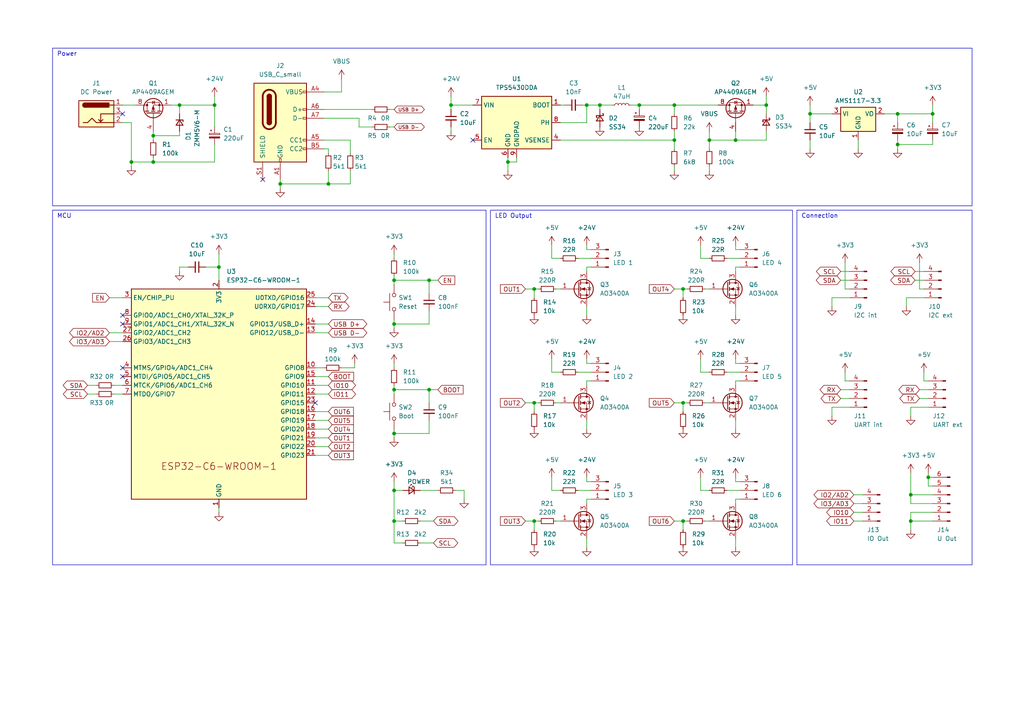
<source format=kicad_sch>
(kicad_sch (version 20230121) (generator eeschema)
  (paper "A4")
  (junction (at 38.1 46.99))
  (junction (at 114.3 125.73))
  (junction (at 147.32 46.99))
  (junction (at 260.35 33.02))
  (junction (at 95.25 53.34))
  (junction (at 44.45 46.99))
  (junction (at 270.51 33.02))
  (junction (at 234.95 33.02))
  (junction (at 195.58 30.48))
  (junction (at 213.36 40.64))
  (junction (at 154.94 151.13))
  (junction (at 114.3 81.28))
  (junction (at 114.3 142.24))
  (junction (at 62.23 30.48))
  (junction (at 185.42 30.48))
  (junction (at 124.46 81.28))
  (junction (at 198.12 116.84))
  (junction (at 269.24 138.43))
  (junction (at 154.94 116.84))
  (junction (at 222.25 30.48))
  (junction (at 44.45 39.37))
  (junction (at 52.07 30.48))
  (junction (at 81.28 53.34))
  (junction (at 63.5 77.47))
  (junction (at 170.18 30.48))
  (junction (at 130.81 30.48))
  (junction (at 205.74 40.64))
  (junction (at 264.16 143.51))
  (junction (at 198.12 83.82))
  (junction (at 195.58 40.64))
  (junction (at 114.3 93.98))
  (junction (at 114.3 151.13))
  (junction (at 198.12 151.13))
  (junction (at 154.94 83.82))
  (junction (at 173.99 30.48))
  (junction (at 114.3 113.03))
  (junction (at 124.46 113.03))
  (junction (at 260.35 41.91))
  (junction (at 264.16 151.13))
  (no_connect (at 35.56 109.22))
  (no_connect (at 35.56 33.02))
  (no_connect (at 35.56 91.44))
  (no_connect (at 35.56 93.98))
  (no_connect (at 35.56 106.68))
  (no_connect (at 91.44 116.84))
  (no_connect (at 137.16 40.64))
  (no_connect (at 76.2 52.07))
  (wire (pts (xy 49.53 30.48) (xy 52.07 30.48)))
  (wire (pts (xy 91.44 119.38) (xy 95.25 119.38)))
  (wire (pts (xy 44.45 39.37) (xy 52.07 39.37)))
  (wire (pts (xy 62.23 41.91) (xy 62.23 46.99)))
  (wire (pts (xy 93.98 34.29) (xy 104.14 34.29)))
  (wire (pts (xy 213.36 139.7) (xy 213.36 138.43)))
  (wire (pts (xy 213.36 156.21) (xy 213.36 158.75)))
  (wire (pts (xy 210.82 107.95) (xy 214.63 107.95)))
  (wire (pts (xy 170.18 30.48) (xy 168.91 30.48)))
  (wire (pts (xy 245.11 110.49) (xy 245.11 107.95)))
  (wire (pts (xy 195.58 116.84) (xy 198.12 116.84)))
  (wire (pts (xy 162.56 74.93) (xy 160.02 74.93)))
  (wire (pts (xy 137.16 30.48) (xy 130.81 30.48)))
  (wire (pts (xy 63.5 77.47) (xy 63.5 81.28)))
  (wire (pts (xy 260.35 35.56) (xy 260.35 33.02)))
  (wire (pts (xy 247.65 146.05) (xy 250.19 146.05)))
  (wire (pts (xy 130.81 30.48) (xy 130.81 27.94)))
  (wire (pts (xy 213.36 111.76) (xy 213.36 110.49)))
  (wire (pts (xy 114.3 111.76) (xy 114.3 113.03)))
  (wire (pts (xy 213.36 72.39) (xy 213.36 71.12)))
  (wire (pts (xy 170.18 77.47) (xy 171.45 77.47)))
  (wire (pts (xy 114.3 125.73) (xy 124.46 125.73)))
  (wire (pts (xy 245.11 83.82) (xy 245.11 76.2)))
  (wire (pts (xy 260.35 41.91) (xy 260.35 43.18)))
  (wire (pts (xy 260.35 41.91) (xy 270.51 41.91)))
  (wire (pts (xy 205.74 40.64) (xy 213.36 40.64)))
  (wire (pts (xy 205.74 142.24) (xy 203.2 142.24)))
  (wire (pts (xy 195.58 38.1) (xy 195.58 40.64)))
  (wire (pts (xy 154.94 153.67) (xy 154.94 151.13)))
  (wire (pts (xy 205.74 48.26) (xy 205.74 49.53)))
  (wire (pts (xy 266.7 83.82) (xy 266.7 76.2)))
  (wire (pts (xy 44.45 38.1) (xy 44.45 39.37)))
  (wire (pts (xy 204.47 116.84) (xy 205.74 116.84)))
  (wire (pts (xy 93.98 26.67) (xy 99.06 26.67)))
  (wire (pts (xy 222.25 27.94) (xy 222.25 30.48)))
  (wire (pts (xy 264.16 143.51) (xy 264.16 146.05)))
  (wire (pts (xy 130.81 36.83) (xy 130.81 38.1)))
  (wire (pts (xy 91.44 106.68) (xy 93.98 106.68)))
  (wire (pts (xy 269.24 137.16) (xy 269.24 138.43)))
  (wire (pts (xy 264.16 118.11) (xy 264.16 120.65)))
  (wire (pts (xy 114.3 113.03) (xy 124.46 113.03)))
  (wire (pts (xy 265.43 78.74) (xy 267.97 78.74)))
  (wire (pts (xy 154.94 116.84) (xy 156.21 116.84)))
  (wire (pts (xy 241.3 86.36) (xy 241.3 88.9)))
  (wire (pts (xy 246.38 118.11) (xy 241.3 118.11)))
  (wire (pts (xy 38.1 35.56) (xy 35.56 35.56)))
  (wire (pts (xy 44.45 46.99) (xy 62.23 46.99)))
  (wire (pts (xy 248.92 40.64) (xy 248.92 43.18)))
  (wire (pts (xy 170.18 146.05) (xy 170.18 144.78)))
  (wire (pts (xy 130.81 30.48) (xy 130.81 31.75)))
  (wire (pts (xy 170.18 121.92) (xy 170.18 124.46)))
  (wire (pts (xy 234.95 33.02) (xy 241.3 33.02)))
  (wire (pts (xy 170.18 30.48) (xy 173.99 30.48)))
  (wire (pts (xy 52.07 30.48) (xy 62.23 30.48)))
  (wire (pts (xy 264.16 143.51) (xy 270.51 143.51)))
  (wire (pts (xy 35.56 30.48) (xy 39.37 30.48)))
  (wire (pts (xy 33.02 114.3) (xy 35.56 114.3)))
  (wire (pts (xy 264.16 146.05) (xy 270.51 146.05)))
  (wire (pts (xy 93.98 40.64) (xy 101.6 40.64)))
  (wire (pts (xy 114.3 139.7) (xy 114.3 142.24)))
  (wire (pts (xy 38.1 46.99) (xy 44.45 46.99)))
  (wire (pts (xy 91.44 129.54) (xy 95.25 129.54)))
  (wire (pts (xy 91.44 109.22) (xy 95.25 109.22)))
  (wire (pts (xy 134.62 144.78) (xy 134.62 142.24)))
  (wire (pts (xy 113.03 31.75) (xy 114.3 31.75)))
  (wire (pts (xy 52.07 38.1) (xy 52.07 39.37)))
  (wire (pts (xy 52.07 77.47) (xy 54.61 77.47)))
  (wire (pts (xy 213.36 110.49) (xy 214.63 110.49)))
  (wire (pts (xy 171.45 105.41) (xy 170.18 105.41)))
  (wire (pts (xy 195.58 30.48) (xy 208.28 30.48)))
  (wire (pts (xy 116.84 157.48) (xy 114.3 157.48)))
  (wire (pts (xy 260.35 40.64) (xy 260.35 41.91)))
  (wire (pts (xy 91.44 114.3) (xy 95.25 114.3)))
  (wire (pts (xy 264.16 153.67) (xy 264.16 151.13)))
  (wire (pts (xy 264.16 151.13) (xy 264.16 148.59)))
  (wire (pts (xy 114.3 113.03) (xy 114.3 114.3)))
  (wire (pts (xy 116.84 151.13) (xy 114.3 151.13)))
  (wire (pts (xy 267.97 110.49) (xy 267.97 107.95)))
  (wire (pts (xy 99.06 26.67) (xy 99.06 22.86)))
  (wire (pts (xy 102.87 106.68) (xy 102.87 105.41)))
  (wire (pts (xy 214.63 72.39) (xy 213.36 72.39)))
  (wire (pts (xy 269.24 138.43) (xy 270.51 138.43)))
  (wire (pts (xy 243.84 81.28) (xy 246.38 81.28)))
  (wire (pts (xy 33.02 111.76) (xy 35.56 111.76)))
  (wire (pts (xy 154.94 151.13) (xy 156.21 151.13)))
  (wire (pts (xy 44.45 39.37) (xy 44.45 40.64)))
  (wire (pts (xy 91.44 111.76) (xy 95.25 111.76)))
  (wire (pts (xy 195.58 83.82) (xy 198.12 83.82)))
  (wire (pts (xy 198.12 151.13) (xy 199.39 151.13)))
  (wire (pts (xy 114.3 125.73) (xy 114.3 124.46)))
  (wire (pts (xy 213.36 146.05) (xy 213.36 144.78)))
  (wire (pts (xy 170.18 105.41) (xy 170.18 104.14)))
  (wire (pts (xy 95.25 53.34) (xy 101.6 53.34)))
  (wire (pts (xy 213.36 77.47) (xy 214.63 77.47)))
  (wire (pts (xy 167.64 142.24) (xy 171.45 142.24)))
  (wire (pts (xy 243.84 115.57) (xy 246.38 115.57)))
  (wire (pts (xy 267.97 110.49) (xy 269.24 110.49)))
  (wire (pts (xy 203.2 74.93) (xy 203.2 71.12)))
  (wire (pts (xy 154.94 119.38) (xy 154.94 116.84)))
  (wire (pts (xy 213.36 78.74) (xy 213.36 77.47)))
  (wire (pts (xy 195.58 48.26) (xy 195.58 49.53)))
  (wire (pts (xy 203.2 107.95) (xy 203.2 104.14)))
  (wire (pts (xy 162.56 142.24) (xy 160.02 142.24)))
  (wire (pts (xy 147.32 46.99) (xy 147.32 49.53)))
  (wire (pts (xy 95.25 43.18) (xy 95.25 44.45)))
  (wire (pts (xy 114.3 105.41) (xy 114.3 106.68)))
  (wire (pts (xy 173.99 31.75) (xy 173.99 30.48)))
  (wire (pts (xy 124.46 93.98) (xy 124.46 90.17)))
  (wire (pts (xy 198.12 86.36) (xy 198.12 83.82)))
  (wire (pts (xy 154.94 86.36) (xy 154.94 83.82)))
  (wire (pts (xy 210.82 142.24) (xy 214.63 142.24)))
  (wire (pts (xy 170.18 78.74) (xy 170.18 77.47)))
  (wire (pts (xy 222.25 30.48) (xy 222.25 33.02)))
  (wire (pts (xy 114.3 93.98) (xy 114.3 92.71)))
  (wire (pts (xy 260.35 33.02) (xy 270.51 33.02)))
  (wire (pts (xy 213.36 40.64) (xy 213.36 38.1)))
  (wire (pts (xy 121.92 142.24) (xy 127 142.24)))
  (wire (pts (xy 116.84 142.24) (xy 114.3 142.24)))
  (wire (pts (xy 114.3 93.98) (xy 124.46 93.98)))
  (wire (pts (xy 161.29 151.13) (xy 162.56 151.13)))
  (wire (pts (xy 63.5 73.66) (xy 63.5 77.47)))
  (wire (pts (xy 63.5 147.32) (xy 63.5 148.59)))
  (wire (pts (xy 247.65 151.13) (xy 250.19 151.13)))
  (wire (pts (xy 210.82 74.93) (xy 214.63 74.93)))
  (wire (pts (xy 213.36 40.64) (xy 222.25 40.64)))
  (wire (pts (xy 162.56 35.56) (xy 170.18 35.56)))
  (wire (pts (xy 31.75 96.52) (xy 35.56 96.52)))
  (wire (pts (xy 114.3 93.98) (xy 114.3 95.25)))
  (wire (pts (xy 260.35 33.02) (xy 256.54 33.02)))
  (wire (pts (xy 204.47 83.82) (xy 205.74 83.82)))
  (wire (pts (xy 25.4 111.76) (xy 27.94 111.76)))
  (wire (pts (xy 101.6 40.64) (xy 101.6 44.45)))
  (wire (pts (xy 245.11 110.49) (xy 246.38 110.49)))
  (wire (pts (xy 99.06 106.68) (xy 102.87 106.68)))
  (wire (pts (xy 162.56 30.48) (xy 163.83 30.48)))
  (wire (pts (xy 91.44 124.46) (xy 95.25 124.46)))
  (wire (pts (xy 198.12 116.84) (xy 199.39 116.84)))
  (wire (pts (xy 198.12 83.82) (xy 199.39 83.82)))
  (wire (pts (xy 195.58 151.13) (xy 198.12 151.13)))
  (wire (pts (xy 170.18 144.78) (xy 171.45 144.78)))
  (wire (pts (xy 160.02 142.24) (xy 160.02 138.43)))
  (wire (pts (xy 269.24 140.97) (xy 269.24 138.43)))
  (wire (pts (xy 38.1 35.56) (xy 38.1 46.99)))
  (wire (pts (xy 170.18 88.9) (xy 170.18 91.44)))
  (wire (pts (xy 266.7 115.57) (xy 269.24 115.57)))
  (wire (pts (xy 114.3 81.28) (xy 114.3 82.55)))
  (wire (pts (xy 152.4 83.82) (xy 154.94 83.82)))
  (wire (pts (xy 270.51 33.02) (xy 270.51 35.56)))
  (wire (pts (xy 93.98 31.75) (xy 107.95 31.75)))
  (wire (pts (xy 162.56 40.64) (xy 195.58 40.64)))
  (wire (pts (xy 182.88 30.48) (xy 185.42 30.48)))
  (wire (pts (xy 95.25 49.53) (xy 95.25 53.34)))
  (wire (pts (xy 222.25 38.1) (xy 222.25 40.64)))
  (wire (pts (xy 162.56 107.95) (xy 160.02 107.95)))
  (wire (pts (xy 52.07 78.74) (xy 52.07 77.47)))
  (wire (pts (xy 91.44 132.08) (xy 95.25 132.08)))
  (wire (pts (xy 264.16 148.59) (xy 270.51 148.59)))
  (wire (pts (xy 160.02 74.93) (xy 160.02 71.12)))
  (wire (pts (xy 214.63 105.41) (xy 213.36 105.41)))
  (wire (pts (xy 267.97 83.82) (xy 266.7 83.82)))
  (wire (pts (xy 247.65 148.59) (xy 250.19 148.59)))
  (wire (pts (xy 170.18 111.76) (xy 170.18 110.49)))
  (wire (pts (xy 214.63 139.7) (xy 213.36 139.7)))
  (wire (pts (xy 124.46 113.03) (xy 124.46 116.84)))
  (wire (pts (xy 198.12 119.38) (xy 198.12 116.84)))
  (wire (pts (xy 152.4 116.84) (xy 154.94 116.84)))
  (wire (pts (xy 205.74 40.64) (xy 205.74 43.18)))
  (wire (pts (xy 93.98 43.18) (xy 95.25 43.18)))
  (wire (pts (xy 91.44 86.36) (xy 95.25 86.36)))
  (wire (pts (xy 31.75 86.36) (xy 35.56 86.36)))
  (wire (pts (xy 114.3 81.28) (xy 124.46 81.28)))
  (wire (pts (xy 101.6 49.53) (xy 101.6 53.34)))
  (wire (pts (xy 114.3 73.66) (xy 114.3 74.93)))
  (wire (pts (xy 91.44 93.98) (xy 95.25 93.98)))
  (wire (pts (xy 243.84 113.03) (xy 246.38 113.03)))
  (wire (pts (xy 195.58 33.02) (xy 195.58 30.48)))
  (wire (pts (xy 147.32 45.72) (xy 147.32 46.99)))
  (wire (pts (xy 198.12 153.67) (xy 198.12 151.13)))
  (wire (pts (xy 246.38 86.36) (xy 241.3 86.36)))
  (wire (pts (xy 185.42 30.48) (xy 195.58 30.48)))
  (wire (pts (xy 205.74 74.93) (xy 203.2 74.93)))
  (wire (pts (xy 114.3 157.48) (xy 114.3 151.13)))
  (wire (pts (xy 247.65 143.51) (xy 250.19 143.51)))
  (wire (pts (xy 132.08 142.24) (xy 134.62 142.24)))
  (wire (pts (xy 167.64 107.95) (xy 171.45 107.95)))
  (wire (pts (xy 267.97 86.36) (xy 262.89 86.36)))
  (wire (pts (xy 160.02 107.95) (xy 160.02 104.14)))
  (wire (pts (xy 171.45 139.7) (xy 170.18 139.7)))
  (wire (pts (xy 243.84 78.74) (xy 246.38 78.74)))
  (wire (pts (xy 114.3 151.13) (xy 114.3 142.24)))
  (wire (pts (xy 170.18 139.7) (xy 170.18 138.43)))
  (wire (pts (xy 81.28 53.34) (xy 95.25 53.34)))
  (wire (pts (xy 59.69 77.47) (xy 63.5 77.47)))
  (wire (pts (xy 124.46 81.28) (xy 124.46 85.09)))
  (wire (pts (xy 234.95 33.02) (xy 234.95 35.56)))
  (wire (pts (xy 204.47 151.13) (xy 205.74 151.13)))
  (wire (pts (xy 264.16 137.16) (xy 264.16 143.51)))
  (wire (pts (xy 121.92 157.48) (xy 125.73 157.48)))
  (wire (pts (xy 171.45 72.39) (xy 170.18 72.39)))
  (wire (pts (xy 270.51 140.97) (xy 269.24 140.97)))
  (wire (pts (xy 91.44 88.9) (xy 95.25 88.9)))
  (wire (pts (xy 149.86 45.72) (xy 149.86 46.99)))
  (wire (pts (xy 81.28 54.61) (xy 81.28 53.34)))
  (wire (pts (xy 265.43 81.28) (xy 267.97 81.28)))
  (wire (pts (xy 170.18 35.56) (xy 170.18 30.48)))
  (wire (pts (xy 173.99 30.48) (xy 177.8 30.48)))
  (wire (pts (xy 91.44 121.92) (xy 95.25 121.92)))
  (wire (pts (xy 62.23 30.48) (xy 62.23 36.83)))
  (wire (pts (xy 270.51 30.48) (xy 270.51 33.02)))
  (wire (pts (xy 114.3 125.73) (xy 114.3 127)))
  (wire (pts (xy 161.29 83.82) (xy 162.56 83.82)))
  (wire (pts (xy 121.92 151.13) (xy 125.73 151.13)))
  (wire (pts (xy 270.51 40.64) (xy 270.51 41.91)))
  (wire (pts (xy 262.89 86.36) (xy 262.89 88.9)))
  (wire (pts (xy 161.29 116.84) (xy 162.56 116.84)))
  (wire (pts (xy 266.7 113.03) (xy 269.24 113.03)))
  (wire (pts (xy 124.46 125.73) (xy 124.46 121.92)))
  (wire (pts (xy 213.36 105.41) (xy 213.36 104.14)))
  (wire (pts (xy 205.74 107.95) (xy 203.2 107.95)))
  (wire (pts (xy 170.18 110.49) (xy 171.45 110.49)))
  (wire (pts (xy 203.2 142.24) (xy 203.2 138.43)))
  (wire (pts (xy 170.18 156.21) (xy 170.18 158.75)))
  (wire (pts (xy 167.64 74.93) (xy 171.45 74.93)))
  (wire (pts (xy 62.23 30.48) (xy 62.23 27.94)))
  (wire (pts (xy 91.44 127) (xy 95.25 127)))
  (wire (pts (xy 205.74 38.1) (xy 205.74 40.64)))
  (wire (pts (xy 185.42 30.48) (xy 185.42 31.75)))
  (wire (pts (xy 38.1 46.99) (xy 38.1 48.26)))
  (wire (pts (xy 124.46 113.03) (xy 127 113.03)))
  (wire (pts (xy 213.36 88.9) (xy 213.36 91.44)))
  (wire (pts (xy 31.75 99.06) (xy 35.56 99.06)))
  (wire (pts (xy 234.95 40.64) (xy 234.95 43.18)))
  (wire (pts (xy 104.14 34.29) (xy 104.14 36.83)))
  (wire (pts (xy 269.24 118.11) (xy 264.16 118.11)))
  (wire (pts (xy 264.16 151.13) (xy 270.51 151.13)))
  (wire (pts (xy 152.4 151.13) (xy 154.94 151.13)))
  (wire (pts (xy 91.44 96.52) (xy 95.25 96.52)))
  (wire (pts (xy 114.3 80.01) (xy 114.3 81.28)))
  (wire (pts (xy 25.4 114.3) (xy 27.94 114.3)))
  (wire (pts (xy 246.38 83.82) (xy 245.11 83.82)))
  (wire (pts (xy 52.07 30.48) (xy 52.07 33.02)))
  (wire (pts (xy 218.44 30.48) (xy 222.25 30.48)))
  (wire (pts (xy 113.03 36.83) (xy 114.3 36.83)))
  (wire (pts (xy 154.94 83.82) (xy 156.21 83.82)))
  (wire (pts (xy 44.45 45.72) (xy 44.45 46.99)))
  (wire (pts (xy 107.95 36.83) (xy 104.14 36.83)))
  (wire (pts (xy 234.95 30.48) (xy 234.95 33.02)))
  (wire (pts (xy 81.28 52.07) (xy 81.28 53.34)))
  (wire (pts (xy 170.18 72.39) (xy 170.18 71.12)))
  (wire (pts (xy 149.86 46.99) (xy 147.32 46.99)))
  (wire (pts (xy 124.46 81.28) (xy 127 81.28)))
  (wire (pts (xy 213.36 121.92) (xy 213.36 124.46)))
  (wire (pts (xy 195.58 40.64) (xy 195.58 43.18)))
  (wire (pts (xy 213.36 144.78) (xy 214.63 144.78)))
  (wire (pts (xy 241.3 118.11) (xy 241.3 120.65)))
  (rectangle (start 231.14 60.96) (end 281.94 163.83))
  (rectangle (start 142.24 60.96) (end 229.87 163.83))
  (rectangle (start 15.24 60.96) (end 140.97 163.83))
  (rectangle (start 15.24 13.97) (end 281.94 59.69))
  (text "MCU" (at 16.51 63.5 0) (effects (font (size 1.27 1.27)) (justify left bottom)))
  (text "LED Output" (at 143.51 63.5 0) (effects (font (size 1.27 1.27)) (justify left bottom)))
  (text "Connection" (at 232.41 63.5 0) (effects (font (size 1.27 1.27)) (justify left bottom)))
  (text "Power" (at 16.51 16.51 0) (effects (font (size 1.27 1.27)) (justify left bottom)))
  (global_label "IO10" (shape bidirectional) (at 95.25 111.76 0) (property "Intersheetrefs" "${INTERSHEET_REFS}" (effects hide)))
  (global_label "OUT2" (shape input) (at 95.25 129.54 0) (property "Intersheetrefs" "${INTERSHEET_REFS}" (effects hide)))
  (global_label "IO11" (shape bidirectional) (at 95.25 114.3 0) (property "Intersheetrefs" "${INTERSHEET_REFS}" (effects hide)))
  (global_label "OUT3" (shape input) (at 152.4 151.13 180) (property "Intersheetrefs" "${INTERSHEET_REFS}" (effects hide)))
  (global_label "BOOT" (shape input) (at 127 113.03 0) (property "Intersheetrefs" "${INTERSHEET_REFS}" (effects hide)))
  (global_label "OUT5" (shape input) (at 195.58 116.84 180) (property "Intersheetrefs" "${INTERSHEET_REFS}" (effects hide)))
  (global_label "USB D+" (shape bidirectional) (at 95.25 93.98 0) (property "Intersheetrefs" "${INTERSHEET_REFS}" (effects hide)))
  (global_label "OUT6" (shape input) (at 195.58 151.13 180) (property "Intersheetrefs" "${INTERSHEET_REFS}" (effects hide)))
  (global_label "TX" (shape bidirectional) (at 95.25 86.36 0) (property "Intersheetrefs" "${INTERSHEET_REFS}" (effects hide)))
  (global_label "OUT4" (shape input) (at 195.58 83.82 180) (property "Intersheetrefs" "${INTERSHEET_REFS}" (effects hide)))
  (global_label "SDA" (shape bidirectional) (at 25.4 111.76 180) (property "Intersheetrefs" "${INTERSHEET_REFS}" (effects hide)))
  (global_label "IO2{slash}AD2" (shape bidirectional) (at 247.65 143.51 180) (property "Intersheetrefs" "${INTERSHEET_REFS}" (effects hide)))
  (global_label "OUT2" (shape input) (at 152.4 116.84 180) (property "Intersheetrefs" "${INTERSHEET_REFS}" (effects hide)))
  (global_label "IO11" (shape bidirectional) (at 247.65 151.13 180) (property "Intersheetrefs" "${INTERSHEET_REFS}" (effects hide)))
  (global_label "OUT4" (shape input) (at 95.25 124.46 0) (property "Intersheetrefs" "${INTERSHEET_REFS}" (effects hide)))
  (global_label "SDA" (shape bidirectional) (at 265.43 81.28 180) (property "Intersheetrefs" "${INTERSHEET_REFS}" (effects hide)))
  (global_label "EN" (shape input) (at 31.75 86.36 180) (property "Intersheetrefs" "${INTERSHEET_REFS}" (effects hide)))
  (global_label "OUT6" (shape input) (at 95.25 119.38 0) (property "Intersheetrefs" "${INTERSHEET_REFS}" (effects hide)))
  (global_label "IO3{slash}AD3" (shape bidirectional) (at 31.75 99.06 180) (property "Intersheetrefs" "${INTERSHEET_REFS}" (effects hide)))
  (global_label "IO2{slash}AD2" (shape bidirectional) (at 31.75 96.52 180) (property "Intersheetrefs" "${INTERSHEET_REFS}" (effects hide)))
  (global_label "TX" (shape bidirectional) (at 243.84 115.57 180) (property "Intersheetrefs" "${INTERSHEET_REFS}" (effects hide)))
  (global_label "SDA" (shape bidirectional) (at 243.84 81.28 180) (property "Intersheetrefs" "${INTERSHEET_REFS}" (effects hide)))
  (global_label "IO3{slash}AD3" (shape bidirectional) (at 247.65 146.05 180) (property "Intersheetrefs" "${INTERSHEET_REFS}" (effects hide)))
  (global_label "USB D+" (shape bidirectional) (at 114.3 31.75 0) (effects (font (size 1 1))) (property "Intersheetrefs" "${INTERSHEET_REFS}" (effects hide)))
  (global_label "RX" (shape bidirectional) (at 266.7 113.03 180) (property "Intersheetrefs" "${INTERSHEET_REFS}" (effects hide)))
  (global_label "USB D-" (shape bidirectional) (at 114.3 36.83 0) (effects (font (size 1 1))) (property "Intersheetrefs" "${INTERSHEET_REFS}" (effects hide)))
  (global_label "OUT1" (shape input) (at 152.4 83.82 180) (property "Intersheetrefs" "${INTERSHEET_REFS}" (effects hide)))
  (global_label "USB D-" (shape bidirectional) (at 95.25 96.52 0) (property "Intersheetrefs" "${INTERSHEET_REFS}" (effects hide)))
  (global_label "BOOT" (shape input) (at 95.25 109.22 0) (property "Intersheetrefs" "${INTERSHEET_REFS}" (effects hide)))
  (global_label "OUT1" (shape input) (at 95.25 127 0) (property "Intersheetrefs" "${INTERSHEET_REFS}" (effects hide)))
  (global_label "RX" (shape bidirectional) (at 243.84 113.03 180) (property "Intersheetrefs" "${INTERSHEET_REFS}" (effects hide)))
  (global_label "OUT3" (shape input) (at 95.25 132.08 0) (property "Intersheetrefs" "${INTERSHEET_REFS}" (effects hide)))
  (global_label "SCL" (shape bidirectional) (at 265.43 78.74 180) (property "Intersheetrefs" "${INTERSHEET_REFS}" (effects hide)))
  (global_label "SCL" (shape bidirectional) (at 25.4 114.3 180) (property "Intersheetrefs" "${INTERSHEET_REFS}" (effects hide)))
  (global_label "TX" (shape bidirectional) (at 266.7 115.57 180) (property "Intersheetrefs" "${INTERSHEET_REFS}" (effects hide)))
  (global_label "IO10" (shape bidirectional) (at 247.65 148.59 180) (property "Intersheetrefs" "${INTERSHEET_REFS}" (effects hide)))
  (global_label "EN" (shape input) (at 127 81.28 0) (property "Intersheetrefs" "${INTERSHEET_REFS}" (effects hide)))
  (global_label "SCL" (shape bidirectional) (at 125.73 157.48 0) (property "Intersheetrefs" "${INTERSHEET_REFS}" (effects hide)))
  (global_label "RX" (shape bidirectional) (at 95.25 88.9 0) (property "Intersheetrefs" "${INTERSHEET_REFS}" (effects hide)))
  (global_label "OUT5" (shape input) (at 95.25 121.92 0) (property "Intersheetrefs" "${INTERSHEET_REFS}" (effects hide)))
  (global_label "SCL" (shape bidirectional) (at 243.84 78.74 180) (property "Intersheetrefs" "${INTERSHEET_REFS}" (effects hide)))
  (global_label "SDA" (shape bidirectional) (at 125.73 151.13 0) (property "Intersheetrefs" "${INTERSHEET_REFS}" (effects hide)))
  (symbol (lib_id "Device:R_Small") (at 154.94 156.21 180) (unit 1)
    (property "Reference" "R20" (at 157.48 154.94 0) (effects (justify right)))
    (property "Value" "10k" (at 157.48 157.48 0) (effects (justify right)))
    (property "Footprint" "Resistor_SMD:R_0603_1608Metric" (effects hide))
  )
  (symbol (lib_id "Connector:Conn_01x03_Pin") (at 219.71 107.95 180) (unit 1)
    (property "Reference" "J7" (at 220.98 106.68 0) (effects (justify right)))
    (property "Value" "LED 5" (at 220.98 109.22 0) (effects (justify right)))
    (property "Footprint" "1_Connector:JST_XH_S3B-XH" (effects hide))
  )
  (symbol (lib_id "Transistor_FET:AO3400A") (at 210.82 83.82 0) (unit 1)
    (property "Reference" "Q6" (at 217.17 82.55 0) (effects (justify left)))
    (property "Value" "AO3400A" (at 217.17 85.09 0) (effects (justify left)))
    (property "Footprint" "Package_TO_SOT_SMD:SOT-23" (effects hide))
    (property "Datasheet" "http://www.aosmd.com/pdfs/datasheet/AO3400A.pdf" (effects hide))
  )
  (symbol (lib_id "power:GND") (at 213.36 158.75 0) (unit 1)
    (property "Reference" "#PWR033" (effects hide))
    (property "Value" "GND" (effects hide))
  )
  (symbol (lib_id "Device:D_Zener_Small") (at 52.07 35.56 270) (unit 1)
    (property "Reference" "D1" (at 54.61 38.1 0) (effects (justify left)))
    (property "Value" "ZMM5V6-M" (at 57.15 31.75 0) (effects (justify left)))
    (property "Footprint" "Diode_SMD:D_MiniMELF" (effects hide))
  )
  (symbol (lib_id "Regulator_Linear:AMS1117-3.3") (at 248.92 33.02 0) (unit 1)
    (property "Reference" "U2" (at 248.92 26.67 0))
    (property "Value" "AMS1117-3.3" (at 248.92 29.21 0))
    (property "Footprint" "Package_TO_SOT_SMD:SOT-223-3_TabPin2" (effects hide))
    (property "Datasheet" "http://www.advanced-monolithic.com/pdf/ds1117.pdf" (effects hide))
  )
  (symbol (lib_id "power:GND") (at 170.18 91.44 0) (unit 1)
    (property "Reference" "#PWR010" (effects hide))
    (property "Value" "GND" (effects hide))
  )
  (symbol (lib_id "Device:D_Schottky_Small") (at 173.99 34.29 270) (unit 1)
    (property "Reference" "D2" (at 176.53 34.29 90) (effects (justify left)))
    (property "Value" "SS34" (at 176.53 36.83 90) (effects (justify left)))
    (property "Footprint" "Diode_SMD:D_SMA" (effects hide))
  )
  (symbol (lib_id "Connector:Conn_01x03_Pin") (at 219.71 74.93 180) (unit 1)
    (property "Reference" "J6" (at 220.98 73.66 0) (effects (justify right)))
    (property "Value" "LED 4" (at 220.98 76.2 0) (effects (justify right)))
    (property "Footprint" "1_Connector:JST_XH_S3B-XH" (effects hide))
  )
  (symbol (lib_id "power:+24V") (at 130.81 27.94 0) (unit 1)
    (property "Reference" "#PWR0111" (effects hide))
    (property "Value" "+24V" (at 130.81 22.86 0))
  )
  (symbol (lib_id "Connector:Conn_01x06_Pin") (at 275.59 146.05 180) (unit 1)
    (property "Reference" "J14" (at 271.78 153.67 0) (effects (justify right)))
    (property "Value" "U Out" (at 271.78 156.21 0) (effects (justify right)))
    (property "Footprint" "Connector_PinHeader_2.54mm:PinHeader_1x06_P2.54mm_Vertical" (effects hide))
  )
  (symbol (lib_id "Connector:Conn_01x03_Pin") (at 176.53 142.24 180) (unit 1)
    (property "Reference" "J5" (at 177.8 140.97 0) (effects (justify right)))
    (property "Value" "LED 3" (at 177.8 143.51 0) (effects (justify right)))
    (property "Footprint" "1_Connector:JST_XH_S3B-XH" (effects hide))
  )
  (symbol (lib_id "Device:R_Small") (at 165.1 107.95 90) (unit 1)
    (property "Reference" "R19" (at 165.1 102.87 90))
    (property "Value" "22R" (at 165.1 105.41 90))
    (property "Footprint" "Resistor_SMD:R_1206_3216Metric" (effects hide))
  )
  (symbol (lib_id "Connector:Conn_01x04_Pin") (at 251.46 83.82 180) (unit 1)
    (property "Reference" "J9" (at 247.65 88.9 0) (effects (justify right)))
    (property "Value" "I2C int" (at 247.65 91.44 0) (effects (justify right)))
    (property "Footprint" "Connector_PinHeader_2.54mm:PinHeader_1x04_P2.54mm_Vertical" (effects hide))
  )
  (symbol (lib_id "power:+5V") (at 160.02 71.12 0) (unit 1)
    (property "Reference" "#PWR013" (effects hide))
    (property "Value" "+5V" (at 160.02 66.04 0))
  )
  (symbol (lib_id "power:+3V3") (at 114.3 73.66 0) (unit 1)
    (property "Reference" "#PWR05" (effects hide))
    (property "Value" "+3V3" (at 114.3 68.58 0))
  )
  (symbol (lib_id "Connector:Conn_01x04_Pin") (at 251.46 115.57 180) (unit 1)
    (property "Reference" "J11" (at 247.65 120.65 0) (effects (justify right)))
    (property "Value" "UART int" (at 247.65 123.19 0) (effects (justify right)))
    (property "Footprint" "Connector_PinHeader_2.54mm:PinHeader_1x04_P2.54mm_Vertical" (effects hide))
  )
  (symbol (lib_id "power:GND") (at 114.3 95.25 0) (unit 1)
    (property "Reference" "#PWR06" (effects hide))
    (property "Value" "GND" (effects hide))
  )
  (symbol (lib_id "Device:R_Small") (at 195.58 35.56 0) (unit 1)
    (property "Reference" "R6" (at 198.12 34.29 0) (effects (justify left)))
    (property "Value" "22k" (at 198.12 36.83 0) (effects (justify left)))
    (property "Footprint" "Resistor_SMD:R_0603_1608Metric" (effects hide))
  )
  (symbol (lib_id "power:+3V3") (at 114.3 139.7 0) (unit 1)
    (property "Reference" "#PWR08" (effects hide))
    (property "Value" "+3V3" (at 114.3 134.62 0))
  )
  (symbol (lib_id "Device:R_Small") (at 119.38 157.48 90) (unit 1)
    (property "Reference" "R13" (at 116.84 154.94 90))
    (property "Value" "2k2" (at 121.92 154.94 90))
    (property "Footprint" "Resistor_SMD:R_0603_1608Metric" (effects hide))
  )
  (symbol (lib_id "Device:R_Small") (at 101.6 46.99 0) (unit 1)
    (property "Reference" "R3" (at 102.87 45.72 0) (effects (justify left)))
    (property "Value" "5k1" (at 102.87 48.26 0) (effects (justify left)))
    (property "Footprint" "Resistor_SMD:R_0603_1608Metric" (effects hide))
  )
  (symbol (lib_id "Connector:Conn_01x03_Pin") (at 176.53 74.93 180) (unit 1)
    (property "Reference" "J3" (at 177.8 73.66 0) (effects (justify right)))
    (property "Value" "LED 1" (at 177.8 76.2 0) (effects (justify right)))
    (property "Footprint" "1_Connector:JST_XH_S3B-XH" (effects hide))
  )
  (symbol (lib_id "power:GND") (at 114.3 127 0) (unit 1)
    (property "Reference" "#PWR09" (effects hide))
    (property "Value" "GND" (effects hide))
  )
  (symbol (lib_id "Device:D_Schottky_Small") (at 222.25 35.56 270) (unit 1)
    (property "Reference" "D3" (at 224.79 34.036 90) (effects (justify left)))
    (property "Value" "SS34" (at 224.79 36.576 90) (effects (justify left)))
    (property "Footprint" "Diode_SMD:D_SMA" (effects hide))
  )
  (symbol (lib_id "Switch:SW_Push") (at 114.3 87.63 90) (unit 1)
    (property "Reference" "SW1" (at 115.57 86.36 90) (effects (justify right)))
    (property "Value" "Reset" (at 115.57 88.9 90) (effects (justify right)))
    (property "Footprint" "Button_Switch_SMD:SW_Push_1P1T_XKB_TS-1187A" (effects hide))
  )
  (symbol (lib_id "Device:L_Small") (at 180.34 30.48 90) (unit 1)
    (property "Reference" "L1" (at 180.34 25.4 90))
    (property "Value" "47uH" (at 180.34 27.94 90))
    (property "Footprint" "Inductor_SMD:L_Bourns_SRP7028A_7.3x6.6mm" (effects hide))
    (property "Datasheet" "https://jlcpcb.com/partdetail/ProdTech-PSPMAQ0605H_470MANP/C436585" (effects hide))
  )
  (symbol (lib_id "Device:R_Small") (at 110.49 31.75 270) (unit 1)
    (property "Reference" "R4" (at 107.95 34.29 90))
    (property "Value" "0R" (at 111.76 34.29 90))
    (property "Footprint" "Resistor_SMD:R_0603_1608Metric" (effects hide))
  )
  (symbol (lib_id "power:GND") (at 38.1 48.26 0) (unit 1)
    (property "Reference" "#PWR0108" (effects hide))
    (property "Value" "GND" (effects hide))
  )
  (symbol (lib_id "power:GND") (at 205.74 49.53 0) (unit 1)
    (property "Reference" "#PWR0104" (effects hide))
    (property "Value" "GND" (effects hide))
  )
  (symbol (lib_id "Device:R_Small") (at 129.54 142.24 90) (unit 1)
    (property "Reference" "R34" (at 129.54 137.16 90))
    (property "Value" "5k1" (at 129.54 139.7 90))
    (property "Footprint" "Resistor_SMD:R_0603_1608Metric" (effects hide))
  )
  (symbol (lib_id "power:+3V3") (at 63.5 73.66 0) (unit 1)
    (property "Reference" "#PWR07" (effects hide))
    (property "Value" "+3V3" (at 63.5 68.58 0))
  )
  (symbol (lib_id "power:+5V") (at 222.25 27.94 0) (unit 1)
    (property "Reference" "#PWR0116" (effects hide))
    (property "Value" "+5V" (at 222.25 22.86 0))
  )
  (symbol (lib_id "Device:C_Polarized_Small") (at 270.51 38.1 0) (unit 1)
    (property "Reference" "C7" (at 273.05 36.2839 0) (effects (justify left)))
    (property "Value" "10uF" (at 273.05 38.8239 0) (effects (justify left)))
    (property "Footprint" "Capacitor_Tantalum_SMD:CP_EIA-3216-12_Kemet-S" (effects hide))
  )
  (symbol (lib_id "power:GND") (at 213.36 124.46 0) (unit 1)
    (property "Reference" "#PWR029" (effects hide))
    (property "Value" "GND" (effects hide))
  )
  (symbol (lib_id "Transistor_FET:AO3400A") (at 167.64 151.13 0) (unit 1)
    (property "Reference" "Q5" (at 173.99 149.86 0) (effects (justify left)))
    (property "Value" "AO3400A" (at 173.99 152.4 0) (effects (justify left)))
    (property "Footprint" "Package_TO_SOT_SMD:SOT-23" (effects hide))
    (property "Datasheet" "http://www.aosmd.com/pdfs/datasheet/AO3400A.pdf" (effects hide))
  )
  (symbol (lib_id "power:GND") (at 170.18 158.75 0) (unit 1)
    (property "Reference" "#PWR021" (effects hide))
    (property "Value" "GND" (effects hide))
  )
  (symbol (lib_id "Device:R_Small") (at 198.12 156.21 180) (unit 1)
    (property "Reference" "R29" (at 200.66 154.94 0) (effects (justify right)))
    (property "Value" "10k" (at 200.66 157.48 0) (effects (justify right)))
    (property "Footprint" "Resistor_SMD:R_0603_1608Metric" (effects hide))
  )
  (symbol (lib_id "Device:C_Polarized_Small") (at 185.42 34.29 0) (unit 1)
    (property "Reference" "C4" (at 187.96 34.29 0) (effects (justify left)))
    (property "Value" "220uF" (at 187.96 36.83 0) (effects (justify left)))
    (property "Footprint" "Capacitor_SMD:CP_Elec_8x11.9" (effects hide))
    (property "Datasheet" "https://jlcpcb.com/partdetail/3236712-SVZ1VM221FBRE00RAXXX/C2923769" (effects hide))
  )
  (symbol (lib_id "power:GND") (at 154.94 124.46 0) (unit 1)
    (property "Reference" "#PWR014" (effects hide))
    (property "Value" "GND" (effects hide))
  )
  (symbol (lib_id "power:+5V") (at 269.24 137.16 0) (unit 1)
    (property "Reference" "#PWR043" (effects hide))
    (property "Value" "+5V" (at 269.24 132.08 0))
  )
  (symbol (lib_id "Transistor_FET:IRF7404") (at 44.45 33.02 90) (unit 1)
    (property "Reference" "Q1" (at 44.45 24.13 90))
    (property "Value" "AP4409AGEM" (at 44.45 26.67 90))
    (property "Footprint" "Package_SO:SOIC-8_3.9x4.9mm_P1.27mm" (effects hide))
    (property "Datasheet" "https://datasheet.lcsc.com/lcsc/2006201234_APEC-Advanced-Power-Elec-AP4409AGEM_C648837.pdf" (effects hide))
  )
  (symbol (lib_id "power:+24V") (at 62.23 27.94 0) (unit 1)
    (property "Reference" "#PWR0110" (effects hide))
    (property "Value" "+24V" (at 62.23 22.86 0))
  )
  (symbol (lib_id "Device:R_Small") (at 201.93 116.84 90) (unit 1)
    (property "Reference" "R27" (at 201.93 111.76 90))
    (property "Value" "220R" (at 201.93 114.3 90))
    (property "Footprint" "Resistor_SMD:R_0603_1608Metric" (effects hide))
  )
  (symbol (lib_id "power:+5V") (at 267.97 107.95 0) (unit 1)
    (property "Reference" "#PWR040" (effects hide))
    (property "Value" "+5V" (at 267.97 102.87 0))
  )
  (symbol (lib_id "Connector:Conn_01x04_Pin") (at 273.05 83.82 180) (unit 1)
    (property "Reference" "J10" (at 269.24 88.9 0) (effects (justify right)))
    (property "Value" "I2C ext" (at 269.24 91.44 0) (effects (justify right)))
    (property "Footprint" "1_Connector:JST_XH_S4B-XH" (effects hide))
  )
  (symbol (lib_id "Device:R_Small") (at 165.1 74.93 90) (unit 1)
    (property "Reference" "R16" (at 165.1 69.85 90))
    (property "Value" "22R" (at 165.1 72.39 90))
    (property "Footprint" "Resistor_SMD:R_1206_3216Metric" (effects hide))
  )
  (symbol (lib_id "Device:R_Small") (at 114.3 77.47 0) (unit 1)
    (property "Reference" "R10" (at 116.84 76.2 0) (effects (justify left)))
    (property "Value" "100k" (at 116.84 78.74 0) (effects (justify left)))
    (property "Footprint" "Resistor_SMD:R_0603_1608Metric" (effects hide))
  )
  (symbol (lib_id "power:+5V") (at 203.2 138.43 0) (unit 1)
    (property "Reference" "#PWR031" (effects hide))
    (property "Value" "+5V" (at 203.2 133.35 0))
  )
  (symbol (lib_id "power:+3V3") (at 270.51 30.48 0) (unit 1)
    (property "Reference" "#PWR01" (effects hide))
    (property "Value" "+3V3" (at 270.51 25.4 0))
  )
  (symbol (lib_id "Device:C_Small") (at 57.15 77.47 270) (unit 1)
    (property "Reference" "C10" (at 57.1436 71.12 90))
    (property "Value" "10uF" (at 57.1436 73.66 90))
    (property "Footprint" "Capacitor_SMD:C_0805_2012Metric" (effects hide))
  )
  (symbol (lib_id "Transistor_FET:AO3400A") (at 210.82 116.84 0) (unit 1)
    (property "Reference" "Q7" (at 217.17 115.57 0) (effects (justify left)))
    (property "Value" "AO3400A" (at 217.17 118.11 0) (effects (justify left)))
    (property "Footprint" "Package_TO_SOT_SMD:SOT-23" (effects hide))
    (property "Datasheet" "http://www.aosmd.com/pdfs/datasheet/AO3400A.pdf" (effects hide))
  )
  (symbol (lib_id "Switch:SW_Push") (at 114.3 119.38 90) (unit 1)
    (property "Reference" "SW2" (at 115.57 118.11 90) (effects (justify right)))
    (property "Value" "Boot" (at 115.57 120.65 90) (effects (justify right)))
    (property "Footprint" "Button_Switch_SMD:SW_Push_1P1T_XKB_TS-1187A" (effects hide))
  )
  (symbol (lib_id "power:GND") (at 262.89 88.9 0) (unit 1)
    (property "Reference" "#PWR037" (effects hide))
    (property "Value" "GND" (effects hide))
  )
  (symbol (lib_id "Device:LED_Small") (at 119.38 142.24 0) (mirror y) (unit 1)
    (property "Reference" "D4" (at 118.11 137.16 0) (effects (justify right)))
    (property "Value" "POWER" (at 118.11 139.7 0) (effects (justify right)))
    (property "Footprint" "LED_SMD:LED_0603_1608Metric" (effects hide))
  )
  (symbol (lib_id "power:GND") (at 185.42 36.83 0) (unit 1)
    (property "Reference" "#PWR0102" (effects hide))
    (property "Value" "GND" (effects hide))
  )
  (symbol (lib_id "power:+5V") (at 203.2 71.12 0) (unit 1)
    (property "Reference" "#PWR023" (effects hide))
    (property "Value" "+5V" (at 203.2 66.04 0))
  )
  (symbol (lib_id "Device:C_Polarized_Small") (at 62.23 39.37 0) (unit 1)
    (property "Reference" "C1" (at 64.77 37.5539 0) (effects (justify left)))
    (property "Value" "220uF" (at 64.77 40.0939 0) (effects (justify left)))
    (property "Footprint" "Capacitor_SMD:CP_Elec_8x11.9" (effects hide))
    (property "Datasheet" "https://jlcpcb.com/partdetail/3236712-SVZ1VM221FBRE00RAXXX/C2923769" (effects hide))
  )
  (symbol (lib_id "power:+3V3") (at 102.87 105.41 0) (unit 1)
    (property "Reference" "#PWR04" (effects hide))
    (property "Value" "+3V3" (at 102.87 100.33 0))
  )
  (symbol (lib_id "power:+5V") (at 234.95 30.48 0) (unit 1)
    (property "Reference" "#PWR0117" (effects hide))
    (property "Value" "+5V" (at 234.95 25.4 0))
  )
  (symbol (lib_id "power:+24V") (at 170.18 71.12 0) (unit 1)
    (property "Reference" "#PWR012" (effects hide))
    (property "Value" "+24V" (at 170.18 66.04 0))
  )
  (symbol (lib_id "power:VBUS") (at 205.74 38.1 0) (unit 1)
    (property "Reference" "#PWR0101" (effects hide))
    (property "Value" "VBUS" (at 205.74 33.02 0))
  )
  (symbol (lib_id "Device:R_Small") (at 96.52 106.68 90) (unit 1)
    (property "Reference" "R9" (at 96.52 101.6 90))
    (property "Value" "100k" (at 96.52 104.14 90))
    (property "Footprint" "Resistor_SMD:R_0603_1608Metric" (effects hide))
  )
  (symbol (lib_id "Device:C_Small") (at 124.46 87.63 0) (unit 1)
    (property "Reference" "C8" (at 127 86.3663 0) (effects (justify left)))
    (property "Value" "100nF" (at 127 88.9063 0) (effects (justify left)))
    (property "Footprint" "Capacitor_SMD:C_0603_1608Metric" (effects hide))
  )
  (symbol (lib_id "power:GND") (at 241.3 88.9 0) (unit 1)
    (property "Reference" "#PWR034" (effects hide))
    (property "Value" "GND" (effects hide))
  )
  (symbol (lib_id "Device:C_Small") (at 130.81 34.29 0) (unit 1)
    (property "Reference" "C2" (at 133.35 33.0263 0) (effects (justify left)))
    (property "Value" "10uF" (at 133.35 35.5663 0) (effects (justify left)))
    (property "Footprint" "Capacitor_SMD:C_0805_2012Metric" (effects hide))
  )
  (symbol (lib_id "Connector:Conn_01x03_Pin") (at 176.53 107.95 180) (unit 1)
    (property "Reference" "J4" (at 177.8 106.68 0) (effects (justify right)))
    (property "Value" "LED 2" (at 177.8 109.22 0) (effects (justify right)))
    (property "Footprint" "1_Connector:JST_XH_S3B-XH" (effects hide))
  )
  (symbol (lib_id "Device:R_Small") (at 198.12 121.92 180) (unit 1)
    (property "Reference" "R26" (at 200.66 120.65 0) (effects (justify right)))
    (property "Value" "10k" (at 200.66 123.19 0) (effects (justify right)))
    (property "Footprint" "Resistor_SMD:R_0603_1608Metric" (effects hide))
  )
  (symbol (lib_id "Device:C_Small") (at 124.46 119.38 0) (unit 1)
    (property "Reference" "C9" (at 127 118.1163 0) (effects (justify left)))
    (property "Value" "100nF" (at 127 120.6563 0) (effects (justify left)))
    (property "Footprint" "Capacitor_SMD:C_0603_1608Metric" (effects hide))
  )
  (symbol (lib_id "power:+5V") (at 245.11 107.95 0) (unit 1)
    (property "Reference" "#PWR038" (effects hide))
    (property "Value" "+5V" (at 245.11 102.87 0))
  )
  (symbol (lib_id "Device:R_Small") (at 195.58 45.72 0) (unit 1)
    (property "Reference" "R7" (at 198.12 44.45 0) (effects (justify left)))
    (property "Value" "6k8" (at 198.12 46.99 0) (effects (justify left)))
    (property "Footprint" "Resistor_SMD:R_0603_1608Metric" (effects hide))
  )
  (symbol (lib_id "power:GND") (at 63.5 148.59 0) (unit 1)
    (property "Reference" "#PWR02" (effects hide))
    (property "Value" "GND" (effects hide))
  )
  (symbol (lib_id "Connector:Conn_01x04_Pin") (at 255.27 148.59 180) (unit 1)
    (property "Reference" "J13" (at 251.46 153.67 0) (effects (justify right)))
    (property "Value" "IO Out" (at 251.46 156.21 0) (effects (justify right)))
    (property "Footprint" "Connector_PinHeader_2.54mm:PinHeader_1x04_P2.54mm_Vertical" (effects hide))
  )
  (symbol (lib_id "power:GND") (at 154.94 158.75 0) (unit 1)
    (property "Reference" "#PWR018" (effects hide))
    (property "Value" "GND" (effects hide))
  )
  (symbol (lib_id "Device:R_Small") (at 158.75 151.13 90) (unit 1)
    (property "Reference" "R21" (at 158.75 146.05 90))
    (property "Value" "220R" (at 158.75 148.59 90))
    (property "Footprint" "Resistor_SMD:R_0603_1608Metric" (effects hide))
  )
  (symbol (lib_id "Device:R_Small") (at 158.75 116.84 90) (unit 1)
    (property "Reference" "R18" (at 158.75 111.76 90))
    (property "Value" "220R" (at 158.75 114.3 90))
    (property "Footprint" "Resistor_SMD:R_0603_1608Metric" (effects hide))
  )
  (symbol (lib_id "Transistor_FET:IRF7404") (at 213.36 33.02 90) (unit 1)
    (property "Reference" "Q2" (at 213.36 24.13 90))
    (property "Value" "AP4409AGEM" (at 213.36 26.67 90))
    (property "Footprint" "Package_SO:SOIC-8_3.9x4.9mm_P1.27mm" (effects hide))
    (property "Datasheet" "https://datasheet.lcsc.com/lcsc/2006201234_APEC-Advanced-Power-Elec-AP4409AGEM_C648837.pdf" (effects hide))
  )
  (symbol (lib_id "Regulator_Switching:TPS5430DDA") (at 149.86 35.56 0) (unit 1)
    (property "Reference" "U1" (at 149.86 22.86 0))
    (property "Value" "TPS5430DDA" (at 149.86 25.4 0))
    (property "Footprint" "Package_SO:TI_SO-PowerPAD-8" (effects hide))
    (property "Datasheet" "http://www.ti.com/lit/ds/symlink/tps5430.pdf" (effects hide))
  )
  (symbol (lib_id "power:GND") (at 241.3 120.65 0) (unit 1)
    (property "Reference" "#PWR039" (effects hide))
    (property "Value" "GND" (effects hide))
  )
  (symbol (lib_id "power:+24V") (at 170.18 138.43 0) (unit 1)
    (property "Reference" "#PWR020" (effects hide))
    (property "Value" "+24V" (at 170.18 133.35 0))
  )
  (symbol (lib_id "Transistor_FET:AO3400A") (at 210.82 151.13 0) (unit 1)
    (property "Reference" "Q8" (at 217.17 149.86 0) (effects (justify left)))
    (property "Value" "AO3400A" (at 217.17 152.4 0) (effects (justify left)))
    (property "Footprint" "Package_TO_SOT_SMD:SOT-23" (effects hide))
    (property "Datasheet" "http://www.aosmd.com/pdfs/datasheet/AO3400A.pdf" (effects hide))
  )
  (symbol (lib_id "power:GND") (at 173.99 36.83 0) (unit 1)
    (property "Reference" "#PWR0103" (effects hide))
    (property "Value" "GND" (effects hide))
  )
  (symbol (lib_id "power:GND") (at 264.16 120.65 0) (unit 1)
    (property "Reference" "#PWR041" (effects hide))
    (property "Value" "GND" (effects hide))
  )
  (symbol (lib_id "Connector:Barrel_Jack_Switch") (at 27.94 33.02 0) (unit 1)
    (property "Reference" "J1" (at 27.94 24.13 0))
    (property "Value" "DC Power" (at 27.94 26.67 0))
    (property "Footprint" "Connector_BarrelJack:BarrelJack_Wuerth_694106106102_2.0x5.5mm" (effects hide))
  )
  (symbol (lib_id "power:+5V") (at 160.02 138.43 0) (unit 1)
    (property "Reference" "#PWR019" (effects hide))
    (property "Value" "+5V" (at 160.02 133.35 0))
  )
  (symbol (lib_id "power:GND") (at 264.16 153.67 0) (unit 1)
    (property "Reference" "#PWR042" (effects hide))
    (property "Value" "GND" (effects hide))
  )
  (symbol (lib_id "Transistor_FET:AO3400A") (at 167.64 116.84 0) (unit 1)
    (property "Reference" "Q4" (at 173.99 115.57 0) (effects (justify left)))
    (property "Value" "AO3400A" (at 173.99 118.11 0) (effects (justify left)))
    (property "Footprint" "Package_TO_SOT_SMD:SOT-23" (effects hide))
    (property "Datasheet" "http://www.aosmd.com/pdfs/datasheet/AO3400A.pdf" (effects hide))
  )
  (symbol (lib_id "1_Connector:USB_C_small") (at 81.28 36.83 0) (unit 1)
    (property "Reference" "J2" (at 81.28 19.05 0))
    (property "Value" "USB_C_small" (at 81.28 21.59 0))
    (property "Footprint" "Connector_USB:USB_C_Receptacle_GCT_USB4105-xx-A_16P_TopMnt_Horizontal" (effects hide))
    (property "Datasheet" "https://eu.mouser.com/datasheet/2/837/Global_Connector_Technology_usb4105-3106202.pdf" (effects hide))
  )
  (symbol (lib_id "power:+5V") (at 203.2 104.14 0) (unit 1)
    (property "Reference" "#PWR027" (effects hide))
    (property "Value" "+5V" (at 203.2 99.06 0))
  )
  (symbol (lib_id "Device:R_Small") (at 208.28 74.93 90) (unit 1)
    (property "Reference" "R25" (at 208.28 69.85 90))
    (property "Value" "22R" (at 208.28 72.39 90))
    (property "Footprint" "Resistor_SMD:R_1206_3216Metric" (effects hide))
  )
  (symbol (lib_id "Device:C_Polarized_Small") (at 260.35 38.1 0) (unit 1)
    (property "Reference" "C6" (at 262.89 36.2839 0) (effects (justify left)))
    (property "Value" "10uF" (at 262.89 38.8239 0) (effects (justify left)))
    (property "Footprint" "Capacitor_Tantalum_SMD:CP_EIA-3216-12_Kemet-S" (effects hide))
  )
  (symbol (lib_id "power:GND") (at 130.81 38.1 0) (unit 1)
    (property "Reference" "#PWR0109" (effects hide))
    (property "Value" "GND" (effects hide))
  )
  (symbol (lib_id "power:+24V") (at 213.36 138.43 0) (unit 1)
    (property "Reference" "#PWR032" (effects hide))
    (property "Value" "+24V" (at 213.36 133.35 0))
  )
  (symbol (lib_id "power:+3V3") (at 266.7 76.2 0) (unit 1)
    (property "Reference" "#PWR036" (effects hide))
    (property "Value" "+3V3" (at 266.7 71.12 0))
  )
  (symbol (lib_id "Device:R_Small") (at 110.49 36.83 270) (unit 1)
    (property "Reference" "R5" (at 107.95 39.37 90))
    (property "Value" "0R" (at 111.76 39.37 90))
    (property "Footprint" "Resistor_SMD:R_0603_1608Metric" (effects hide))
  )
  (symbol (lib_id "power:GND") (at 260.35 43.18 0) (unit 1)
    (property "Reference" "#PWR0113" (effects hide))
    (property "Value" "GND" (effects hide))
  )
  (symbol (lib_id "PCM_Espressif:ESP32-C6-WROOM-1") (at 63.5 114.3 0) (unit 1)
    (property "Reference" "U3" (at 65.6941 78.74 0) (effects (justify left)))
    (property "Value" "ESP32-C6-WROOM-1" (at 65.6941 81.28 0) (effects (justify left)))
    (property "Footprint" "PCM_Espressif:ESP32-C6-WROOM-1" (effects hide))
    (property "Datasheet" "https://www.espressif.com/sites/default/files/documentation/esp32-c6-wroom-1_datasheet_en.pdf" (effects hide))
  )
  (symbol (lib_id "Device:R_Small") (at 201.93 151.13 90) (unit 1)
    (property "Reference" "R30" (at 201.93 146.05 90))
    (property "Value" "220R" (at 201.93 148.59 90))
    (property "Footprint" "Resistor_SMD:R_0603_1608Metric" (effects hide))
  )
  (symbol (lib_id "power:+24V") (at 170.18 104.14 0) (unit 1)
    (property "Reference" "#PWR016" (effects hide))
    (property "Value" "+24V" (at 170.18 99.06 0))
  )
  (symbol (lib_id "Transistor_FET:AO3400A") (at 167.64 83.82 0) (unit 1)
    (property "Reference" "Q3" (at 173.99 82.55 0) (effects (justify left)))
    (property "Value" "AO3400A" (at 173.99 85.09 0) (effects (justify left)))
    (property "Footprint" "Package_TO_SOT_SMD:SOT-23" (effects hide))
    (property "Datasheet" "http://www.aosmd.com/pdfs/datasheet/AO3400A.pdf" (effects hide))
  )
  (symbol (lib_id "power:GND") (at 234.95 43.18 0) (unit 1)
    (property "Reference" "#PWR0115" (effects hide))
    (property "Value" "GND" (effects hide))
  )
  (symbol (lib_id "Connector:Conn_01x04_Pin") (at 274.32 115.57 180) (unit 1)
    (property "Reference" "J12" (at 270.51 120.65 0) (effects (justify right)))
    (property "Value" "UART ext" (at 270.51 123.19 0) (effects (justify right)))
    (property "Footprint" "1_Connector:JST_XH_S4B-XH" (effects hide))
  )
  (symbol (lib_id "power:+3V3") (at 245.11 76.2 0) (unit 1)
    (property "Reference" "#PWR035" (effects hide))
    (property "Value" "+3V3" (at 245.11 71.12 0))
  )
  (symbol (lib_id "Device:R_Small") (at 30.48 114.3 270) (unit 1)
    (property "Reference" "R33" (at 27.94 116.84 90))
    (property "Value" "0R" (at 31.75 116.84 90))
    (property "Footprint" "Resistor_SMD:R_1206_3216Metric" (effects hide))
  )
  (symbol (lib_id "power:GND") (at 248.92 43.18 0) (unit 1)
    (property "Reference" "#PWR0114" (effects hide))
    (property "Value" "GND" (effects hide))
  )
  (symbol (lib_id "power:+5V") (at 160.02 104.14 0) (unit 1)
    (property "Reference" "#PWR015" (effects hide))
    (property "Value" "+5V" (at 160.02 99.06 0))
  )
  (symbol (lib_id "power:GND") (at 195.58 49.53 0) (unit 1)
    (property "Reference" "#PWR0105" (effects hide))
    (property "Value" "GND" (effects hide))
  )
  (symbol (lib_id "Device:R_Small") (at 201.93 83.82 90) (unit 1)
    (property "Reference" "R24" (at 201.93 78.74 90))
    (property "Value" "220R" (at 201.93 81.28 90))
    (property "Footprint" "Resistor_SMD:R_0603_1608Metric" (effects hide))
  )
  (symbol (lib_id "Device:R_Small") (at 44.45 43.18 0) (unit 1)
    (property "Reference" "R1" (at 46.99 41.91 0) (effects (justify left)))
    (property "Value" "100k" (at 46.99 44.45 0) (effects (justify left)))
    (property "Footprint" "Resistor_SMD:R_0603_1608Metric" (effects hide))
  )
  (symbol (lib_id "Device:R_Small") (at 158.75 83.82 90) (unit 1)
    (property "Reference" "R15" (at 158.75 78.74 90))
    (property "Value" "220R" (at 158.75 81.28 90))
    (property "Footprint" "Resistor_SMD:R_0603_1608Metric" (effects hide))
  )
  (symbol (lib_id "Device:R_Small") (at 95.25 46.99 0) (unit 1)
    (property "Reference" "R2" (at 96.52 45.72 0) (effects (justify left)))
    (property "Value" "5k1" (at 96.52 48.26 0) (effects (justify left)))
    (property "Footprint" "Resistor_SMD:R_0603_1608Metric" (effects hide))
  )
  (symbol (lib_id "power:GND") (at 154.94 91.44 0) (unit 1)
    (property "Reference" "#PWR011" (effects hide))
    (property "Value" "GND" (effects hide))
  )
  (symbol (lib_id "Device:R_Small") (at 205.74 45.72 0) (unit 1)
    (property "Reference" "R8" (at 208.28 44.45 0) (effects (justify left)))
    (property "Value" "100k" (at 208.28 46.99 0) (effects (justify left)))
    (property "Footprint" "Resistor_SMD:R_0603_1608Metric" (effects hide))
  )
  (symbol (lib_id "power:GND") (at 198.12 124.46 0) (unit 1)
    (property "Reference" "#PWR026" (effects hide))
    (property "Value" "GND" (effects hide))
  )
  (symbol (lib_id "power:GND") (at 147.32 49.53 0) (unit 1)
    (property "Reference" "#PWR0106" (effects hide))
    (property "Value" "GND" (effects hide))
  )
  (symbol (lib_id "Device:R_Small") (at 30.48 111.76 270) (unit 1)
    (property "Reference" "R32" (at 27.94 109.22 90))
    (property "Value" "0R" (at 31.75 109.22 90))
    (property "Footprint" "Resistor_SMD:R_1206_3216Metric" (effects hide))
  )
  (symbol (lib_id "Device:C_Small") (at 166.37 30.48 90) (unit 1)
    (property "Reference" "C3" (at 166.3763 24.13 90))
    (property "Value" "10nF" (at 166.3763 26.67 90))
    (property "Footprint" "Capacitor_SMD:C_0402_1005Metric" (effects hide))
  )
  (symbol (lib_id "power:GND") (at 170.18 124.46 0) (unit 1)
    (property "Reference" "#PWR017" (effects hide))
    (property "Value" "GND" (effects hide))
  )
  (symbol (lib_id "power:GND") (at 213.36 91.44 0) (unit 1)
    (property "Reference" "#PWR025" (effects hide))
    (property "Value" "GND" (effects hide))
  )
  (symbol (lib_id "power:+24V") (at 213.36 71.12 0) (unit 1)
    (property "Reference" "#PWR024" (effects hide))
    (property "Value" "+24V" (at 213.36 66.04 0))
  )
  (symbol (lib_id "Connector:Conn_01x03_Pin") (at 219.71 142.24 180) (unit 1)
    (property "Reference" "J8" (at 220.98 140.97 0) (effects (justify right)))
    (property "Value" "LED 6" (at 220.98 143.51 0) (effects (justify right)))
    (property "Footprint" "1_Connector:JST_XH_S3B-XH" (effects hide))
  )
  (symbol (lib_id "power:GND") (at 134.62 144.78 0) (mirror y) (unit 1)
    (property "Reference" "#PWR0107" (effects hide))
    (property "Value" "GND" (effects hide))
  )
  (symbol (lib_id "Device:R_Small") (at 208.28 107.95 90) (unit 1)
    (property "Reference" "R28" (at 208.28 102.87 90))
    (property "Value" "22R" (at 208.28 105.41 90))
    (property "Footprint" "Resistor_SMD:R_1206_3216Metric" (effects hide))
  )
  (symbol (lib_id "Device:R_Small") (at 119.38 151.13 90) (unit 1)
    (property "Reference" "R12" (at 116.84 148.59 90))
    (property "Value" "2k2" (at 121.92 148.59 90))
    (property "Footprint" "Resistor_SMD:R_0603_1608Metric" (effects hide))
  )
  (symbol (lib_id "power:+24V") (at 213.36 104.14 0) (unit 1)
    (property "Reference" "#PWR028" (effects hide))
    (property "Value" "+24V" (at 213.36 99.06 0))
  )
  (symbol (lib_id "power:GND") (at 198.12 158.75 0) (unit 1)
    (property "Reference" "#PWR030" (effects hide))
    (property "Value" "GND" (effects hide))
  )
  (symbol (lib_id "power:GND") (at 198.12 91.44 0) (unit 1)
    (property "Reference" "#PWR022" (effects hide))
    (property "Value" "GND" (effects hide))
  )
  (symbol (lib_id "Device:R_Small") (at 154.94 121.92 180) (unit 1)
    (property "Reference" "R17" (at 157.48 120.65 0) (effects (justify right)))
    (property "Value" "10k" (at 157.48 123.19 0) (effects (justify right)))
    (property "Footprint" "Resistor_SMD:R_0603_1608Metric" (effects hide))
  )
  (symbol (lib_id "Device:R_Small") (at 154.94 88.9 180) (unit 1)
    (property "Reference" "R14" (at 157.48 87.63 0) (effects (justify right)))
    (property "Value" "10k" (at 157.48 90.17 0) (effects (justify right)))
    (property "Footprint" "Resistor_SMD:R_0603_1608Metric" (effects hide))
  )
  (symbol (lib_id "Device:R_Small") (at 114.3 109.22 0) (unit 1)
    (property "Reference" "R11" (at 116.84 107.95 0) (effects (justify left)))
    (property "Value" "100k" (at 116.84 110.49 0) (effects (justify left)))
    (property "Footprint" "Resistor_SMD:R_0603_1608Metric" (effects hide))
  )
  (symbol (lib_id "power:+3V3") (at 264.16 137.16 0) (unit 1)
    (property "Reference" "#PWR044" (effects hide))
    (property "Value" "+3V3" (at 264.16 132.08 0))
  )
  (symbol (lib_id "power:GND") (at 81.28 54.61 0) (unit 1)
    (property "Reference" "#PWR03" (effects hide))
    (property "Value" "GND" (effects hide))
  )
  (symbol (lib_id "power:+3V3") (at 114.3 105.41 0) (unit 1)
    (property "Reference" "#PWR046" (effects hide))
    (property "Value" "+3V3" (at 114.3 100.33 0))
  )
  (symbol (lib_id "power:GND") (at 52.07 78.74 0) (unit 1)
    (property "Reference" "#PWR045" (effects hide))
    (property "Value" "GND" (effects hide))
  )
  (symbol (lib_id "Device:C_Small") (at 234.95 38.1 0) (unit 1)
    (property "Reference" "C5" (at 237.49 36.8363 0) (effects (justify left)))
    (property "Value" "10uF" (at 237.49 39.3763 0) (effects (justify left)))
    (property "Footprint" "Capacitor_SMD:C_0805_2012Metric" (effects hide))
  )
  (symbol (lib_id "power:VBUS") (at 99.06 22.86 0) (unit 1)
    (property "Reference" "#PWR0112" (effects hide))
    (property "Value" "VBUS" (at 99.06 17.78 0))
  )
  (symbol (lib_id "Device:R_Small") (at 208.28 142.24 90) (unit 1)
    (property "Reference" "R31" (at 208.28 137.16 90))
    (property "Value" "22R" (at 208.28 139.7 90))
    (property "Footprint" "Resistor_SMD:R_1206_3216Metric" (effects hide))
  )
  (symbol (lib_id "Device:R_Small") (at 165.1 142.24 90) (unit 1)
    (property "Reference" "R22" (at 165.1 137.16 90))
    (property "Value" "22R" (at 165.1 139.7 90))
    (property "Footprint" "Resistor_SMD:R_1206_3216Metric" (effects hide))
  )
  (symbol (lib_id "Device:R_Small") (at 198.12 88.9 180) (unit 1)
    (property "Reference" "R23" (at 200.66 87.63 0) (effects (justify right)))
    (property "Value" "10k" (at 200.66 90.17 0) (effects (justify right)))
    (property "Footprint" "Resistor_SMD:R_0603_1608Metric" (effects hide))
  )
)
</source>
